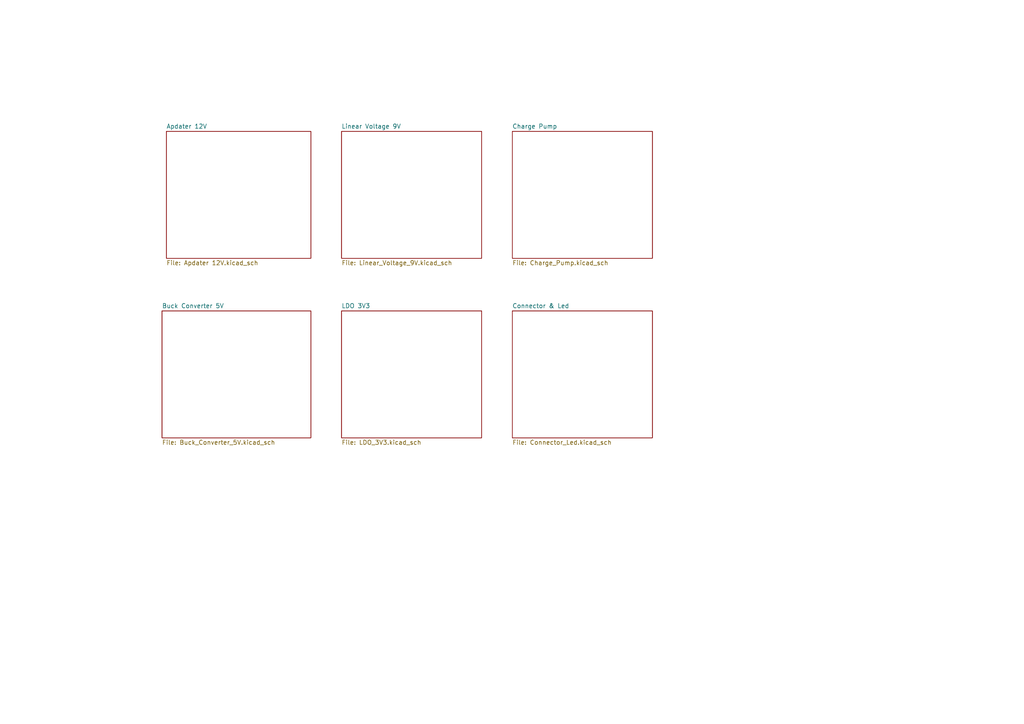
<source format=kicad_sch>
(kicad_sch
	(version 20231120)
	(generator "eeschema")
	(generator_version "8.0")
	(uuid "bed56751-0368-46a4-8fc4-9436737d1464")
	(paper "A4")
	(lib_symbols)
	(sheet
		(at 99.06 38.1)
		(size 40.64 36.83)
		(fields_autoplaced yes)
		(stroke
			(width 0.1524)
			(type solid)
		)
		(fill
			(color 0 0 0 0.0000)
		)
		(uuid "0c6d1cae-9532-45ed-a85b-02776c849031")
		(property "Sheetname" "Linear Voltage 9V"
			(at 99.06 37.3884 0)
			(effects
				(font
					(size 1.27 1.27)
				)
				(justify left bottom)
			)
		)
		(property "Sheetfile" "Linear_Voltage_9V.kicad_sch"
			(at 99.06 75.5146 0)
			(effects
				(font
					(size 1.27 1.27)
				)
				(justify left top)
			)
		)
		(instances
			(project "Test_Power"
				(path "/bed56751-0368-46a4-8fc4-9436737d1464"
					(page "3")
				)
			)
		)
	)
	(sheet
		(at 148.59 38.1)
		(size 40.64 36.83)
		(fields_autoplaced yes)
		(stroke
			(width 0.1524)
			(type solid)
		)
		(fill
			(color 0 0 0 0.0000)
		)
		(uuid "2c6f3574-9fb2-4e7c-be3a-76532fbefd27")
		(property "Sheetname" "Charge Pump"
			(at 148.59 37.3884 0)
			(effects
				(font
					(size 1.27 1.27)
				)
				(justify left bottom)
			)
		)
		(property "Sheetfile" "Charge_Pump.kicad_sch"
			(at 148.59 75.5146 0)
			(effects
				(font
					(size 1.27 1.27)
				)
				(justify left top)
			)
		)
		(instances
			(project "Test_Power"
				(path "/bed56751-0368-46a4-8fc4-9436737d1464"
					(page "4")
				)
			)
		)
	)
	(sheet
		(at 148.59 90.17)
		(size 40.64 36.83)
		(fields_autoplaced yes)
		(stroke
			(width 0.1524)
			(type solid)
		)
		(fill
			(color 0 0 0 0.0000)
		)
		(uuid "392f7a08-7147-41a6-bffb-22c9e88a9d13")
		(property "Sheetname" "Connector & Led"
			(at 148.59 89.4584 0)
			(effects
				(font
					(size 1.27 1.27)
				)
				(justify left bottom)
			)
		)
		(property "Sheetfile" "Connector_Led.kicad_sch"
			(at 148.59 127.5846 0)
			(effects
				(font
					(size 1.27 1.27)
				)
				(justify left top)
			)
		)
		(property "Field2" ""
			(at 148.59 90.17 0)
			(effects
				(font
					(size 1.27 1.27)
				)
				(hide yes)
			)
		)
		(instances
			(project "Test_Power"
				(path "/bed56751-0368-46a4-8fc4-9436737d1464"
					(page "7")
				)
			)
		)
	)
	(sheet
		(at 99.06 90.17)
		(size 40.64 36.83)
		(fields_autoplaced yes)
		(stroke
			(width 0.1524)
			(type solid)
		)
		(fill
			(color 0 0 0 0.0000)
		)
		(uuid "6777a975-1aea-4417-85ad-c2c2e0f4722d")
		(property "Sheetname" "LDO 3V3"
			(at 99.06 89.4584 0)
			(effects
				(font
					(size 1.27 1.27)
				)
				(justify left bottom)
			)
		)
		(property "Sheetfile" "LDO_3V3.kicad_sch"
			(at 99.06 127.5846 0)
			(effects
				(font
					(size 1.27 1.27)
				)
				(justify left top)
			)
		)
		(instances
			(project "Test_Power"
				(path "/bed56751-0368-46a4-8fc4-9436737d1464"
					(page "6")
				)
			)
		)
	)
	(sheet
		(at 48.26 38.1)
		(size 41.91 36.83)
		(fields_autoplaced yes)
		(stroke
			(width 0.1524)
			(type solid)
		)
		(fill
			(color 0 0 0 0.0000)
		)
		(uuid "9159c47b-900b-4999-8d8c-95f58a70d011")
		(property "Sheetname" "Apdater 12V"
			(at 48.26 37.3884 0)
			(effects
				(font
					(size 1.27 1.27)
				)
				(justify left bottom)
			)
		)
		(property "Sheetfile" "Apdater 12V.kicad_sch"
			(at 48.26 75.5146 0)
			(effects
				(font
					(size 1.27 1.27)
				)
				(justify left top)
			)
		)
		(instances
			(project "Test_Power"
				(path "/bed56751-0368-46a4-8fc4-9436737d1464"
					(page "2")
				)
			)
		)
	)
	(sheet
		(at 46.99 90.17)
		(size 43.18 36.83)
		(fields_autoplaced yes)
		(stroke
			(width 0.1524)
			(type solid)
		)
		(fill
			(color 0 0 0 0.0000)
		)
		(uuid "fa2ef37a-5871-4eaf-a6bd-5b406aa218ae")
		(property "Sheetname" "Buck Converter 5V"
			(at 46.99 89.4584 0)
			(effects
				(font
					(size 1.27 1.27)
				)
				(justify left bottom)
			)
		)
		(property "Sheetfile" "Buck_Converter_5V.kicad_sch"
			(at 46.99 127.5846 0)
			(effects
				(font
					(size 1.27 1.27)
				)
				(justify left top)
			)
		)
		(instances
			(project "Test_Power"
				(path "/bed56751-0368-46a4-8fc4-9436737d1464"
					(page "5")
				)
			)
		)
	)
	(sheet_instances
		(path "/"
			(page "1")
		)
	)
)

</source>
